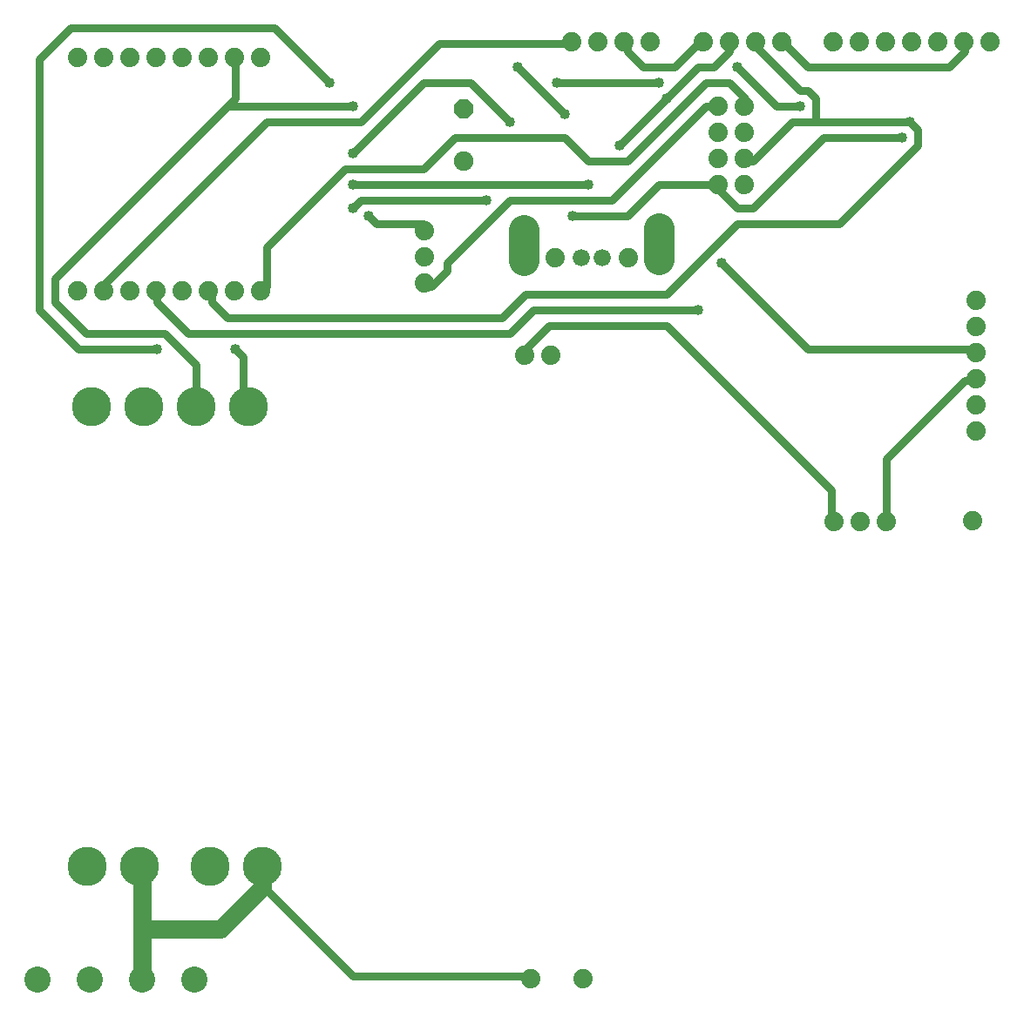
<source format=gbl>
G75*
%MOIN*%
%OFA0B0*%
%FSLAX25Y25*%
%IPPOS*%
%LPD*%
%AMOC8*
5,1,8,0,0,1.08239X$1,22.5*
%
%ADD10C,0.07400*%
%ADD11C,0.10000*%
%ADD12C,0.07500*%
%ADD13OC8,0.07500*%
%ADD14C,0.15000*%
%ADD15C,0.06600*%
%ADD16C,0.11811*%
%ADD17C,0.07000*%
%ADD18C,0.03000*%
%ADD19C,0.04000*%
D10*
X0233532Y0024268D03*
X0253532Y0024268D03*
X0349831Y0199150D03*
X0359831Y0199150D03*
X0369831Y0199150D03*
X0402627Y0199346D03*
X0403926Y0233756D03*
X0403926Y0243756D03*
X0403926Y0253756D03*
X0403926Y0263756D03*
X0403926Y0273756D03*
X0403926Y0283756D03*
X0315383Y0328126D03*
X0305383Y0328126D03*
X0305383Y0338126D03*
X0315383Y0338126D03*
X0315383Y0348126D03*
X0305383Y0348126D03*
X0305383Y0358126D03*
X0315383Y0358126D03*
X0319595Y0382850D03*
X0309595Y0382850D03*
X0299595Y0382850D03*
X0279438Y0382929D03*
X0269438Y0382929D03*
X0259438Y0382929D03*
X0249438Y0382929D03*
X0192942Y0310606D03*
X0192942Y0300606D03*
X0192942Y0290606D03*
X0231406Y0262929D03*
X0241406Y0262929D03*
X0242902Y0300094D03*
X0270934Y0300094D03*
X0329595Y0382850D03*
X0349517Y0382693D03*
X0359517Y0382693D03*
X0369517Y0382693D03*
X0379438Y0382772D03*
X0389438Y0382772D03*
X0399438Y0382772D03*
X0409438Y0382772D03*
X0130501Y0376866D03*
X0120501Y0376866D03*
X0110501Y0376866D03*
X0100501Y0376866D03*
X0090501Y0376866D03*
X0080501Y0376866D03*
X0070501Y0376866D03*
X0060501Y0376866D03*
X0060501Y0287496D03*
X0070501Y0287496D03*
X0080501Y0287496D03*
X0090501Y0287496D03*
X0100501Y0287496D03*
X0110501Y0287496D03*
X0120501Y0287496D03*
X0130501Y0287496D03*
D11*
X0045028Y0023756D03*
X0065028Y0023756D03*
X0085028Y0023756D03*
X0105028Y0023756D03*
D12*
X0207942Y0337063D03*
D13*
X0207942Y0357063D03*
D14*
X0125855Y0243205D03*
X0105855Y0243205D03*
X0085855Y0243205D03*
X0065855Y0243205D03*
X0063887Y0067220D03*
X0083887Y0067220D03*
X0110973Y0067220D03*
X0130973Y0067220D03*
D15*
X0252902Y0300094D03*
X0260934Y0300094D03*
D16*
X0282627Y0299543D02*
X0282627Y0311354D01*
X0231170Y0310961D02*
X0231170Y0299150D01*
D17*
X0130973Y0067220D02*
X0130973Y0058992D01*
X0115107Y0043126D01*
X0087391Y0043126D01*
X0085028Y0040764D01*
X0085028Y0066079D01*
X0083887Y0067220D01*
X0085028Y0040764D02*
X0085028Y0023756D01*
D18*
X0130973Y0058992D02*
X0132800Y0058000D01*
X0165800Y0025000D01*
X0231800Y0025000D01*
X0233532Y0024268D01*
X0349831Y0199150D02*
X0348800Y0202000D01*
X0348800Y0211000D01*
X0285800Y0274000D01*
X0240800Y0274000D01*
X0231800Y0265000D01*
X0231406Y0262929D01*
X0225800Y0271000D02*
X0234800Y0280000D01*
X0297800Y0280000D01*
X0285800Y0286000D02*
X0312800Y0313000D01*
X0351800Y0313000D01*
X0381800Y0343000D01*
X0381800Y0349000D01*
X0378800Y0352000D01*
X0342800Y0352000D01*
X0342800Y0361000D01*
X0339800Y0364000D01*
X0336800Y0364000D01*
X0318800Y0382000D01*
X0319595Y0382850D01*
X0309800Y0382000D02*
X0309800Y0379000D01*
X0303800Y0373000D01*
X0297800Y0373000D01*
X0285800Y0361000D01*
X0267800Y0343000D01*
X0270800Y0337000D02*
X0300800Y0367000D01*
X0309800Y0367000D01*
X0315800Y0361000D01*
X0315383Y0358126D01*
X0305383Y0358126D02*
X0303800Y0358000D01*
X0300800Y0358000D01*
X0264800Y0322000D01*
X0225800Y0322000D01*
X0201800Y0298000D01*
X0201800Y0295000D01*
X0195800Y0289000D01*
X0192942Y0290606D01*
X0192942Y0310606D02*
X0192800Y0313000D01*
X0174800Y0313000D01*
X0171800Y0316000D01*
X0168800Y0322000D02*
X0165800Y0319000D01*
X0168800Y0322000D02*
X0216800Y0322000D01*
X0204800Y0346000D02*
X0246800Y0346000D01*
X0255800Y0337000D01*
X0270800Y0337000D01*
X0282800Y0328000D02*
X0303800Y0328000D01*
X0305383Y0328126D01*
X0303800Y0328000D02*
X0312800Y0319000D01*
X0318800Y0319000D01*
X0345800Y0346000D01*
X0375800Y0346000D01*
X0393800Y0373000D02*
X0339800Y0373000D01*
X0330800Y0382000D01*
X0329595Y0382850D01*
X0312800Y0373000D02*
X0327800Y0358000D01*
X0336800Y0358000D01*
X0333800Y0352000D02*
X0318800Y0337000D01*
X0315800Y0337000D01*
X0315383Y0338126D01*
X0333800Y0352000D02*
X0342800Y0352000D01*
X0309800Y0382000D02*
X0309595Y0382850D01*
X0299595Y0382850D02*
X0297800Y0382000D01*
X0288800Y0373000D01*
X0276800Y0373000D01*
X0270800Y0379000D01*
X0270800Y0382000D01*
X0269438Y0382929D01*
X0282800Y0367000D02*
X0243800Y0367000D01*
X0246800Y0355000D02*
X0228800Y0373000D01*
X0210800Y0367000D02*
X0192800Y0367000D01*
X0165800Y0340000D01*
X0162800Y0334000D02*
X0192800Y0334000D01*
X0204800Y0346000D01*
X0210800Y0367000D02*
X0225800Y0352000D01*
X0255800Y0328000D02*
X0165800Y0328000D01*
X0162800Y0334000D02*
X0132800Y0304000D01*
X0132800Y0289000D01*
X0130501Y0287496D01*
X0117800Y0277000D02*
X0222800Y0277000D01*
X0231800Y0286000D01*
X0285800Y0286000D01*
X0306800Y0298000D02*
X0339800Y0265000D01*
X0402800Y0265000D01*
X0403926Y0263756D01*
X0403926Y0253756D02*
X0402800Y0253000D01*
X0399800Y0253000D01*
X0369800Y0223000D01*
X0369800Y0202000D01*
X0369831Y0199150D01*
X0270800Y0316000D02*
X0249800Y0316000D01*
X0270800Y0316000D02*
X0282800Y0328000D01*
X0249438Y0382929D02*
X0246800Y0382000D01*
X0198800Y0382000D01*
X0168800Y0352000D01*
X0132800Y0352000D01*
X0069800Y0289000D01*
X0070501Y0287496D01*
X0063800Y0271000D02*
X0093800Y0271000D01*
X0105800Y0259000D01*
X0105800Y0244000D01*
X0105855Y0243205D01*
X0123800Y0244000D02*
X0123800Y0262000D01*
X0120800Y0265000D01*
X0117800Y0277000D02*
X0111800Y0283000D01*
X0111800Y0286000D01*
X0110501Y0287496D01*
X0102800Y0271000D02*
X0225800Y0271000D01*
X0165800Y0358000D02*
X0117800Y0358000D01*
X0120800Y0361000D01*
X0120800Y0376000D01*
X0120501Y0376866D01*
X0135800Y0388000D02*
X0057800Y0388000D01*
X0045800Y0376000D01*
X0045800Y0280000D01*
X0060800Y0265000D01*
X0090800Y0265000D01*
X0102800Y0271000D02*
X0090800Y0283000D01*
X0090800Y0286000D01*
X0090501Y0287496D01*
X0063800Y0271000D02*
X0051800Y0283000D01*
X0051800Y0292000D01*
X0117800Y0358000D01*
X0135800Y0388000D02*
X0156800Y0367000D01*
X0123800Y0244000D02*
X0125855Y0243205D01*
X0393800Y0373000D02*
X0399800Y0379000D01*
X0399800Y0382000D01*
X0399438Y0382772D01*
D19*
X0378800Y0352000D03*
X0375800Y0346000D03*
X0336800Y0358000D03*
X0312800Y0373000D03*
X0285800Y0361000D03*
X0282800Y0367000D03*
X0267800Y0343000D03*
X0255800Y0328000D03*
X0249800Y0316000D03*
X0216800Y0322000D03*
X0225800Y0352000D03*
X0246800Y0355000D03*
X0243800Y0367000D03*
X0228800Y0373000D03*
X0165800Y0358000D03*
X0156800Y0367000D03*
X0165800Y0340000D03*
X0165800Y0328000D03*
X0165800Y0319000D03*
X0171800Y0316000D03*
X0120800Y0265000D03*
X0090800Y0265000D03*
X0297800Y0280000D03*
X0306800Y0298000D03*
M02*

</source>
